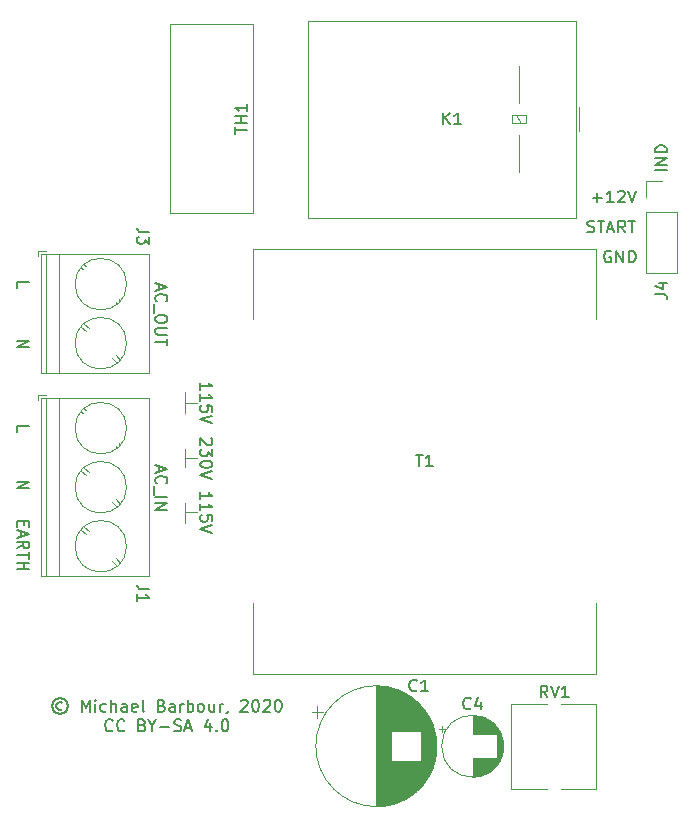
<source format=gbr>
G04 #@! TF.GenerationSoftware,KiCad,Pcbnew,5.1.9*
G04 #@! TF.CreationDate,2021-04-19T03:59:41-04:00*
G04 #@! TF.ProjectId,lm3886_soft_start_v2,6c6d3338-3836-45f7-936f-66745f737461,rev?*
G04 #@! TF.SameCoordinates,Original*
G04 #@! TF.FileFunction,Legend,Top*
G04 #@! TF.FilePolarity,Positive*
%FSLAX46Y46*%
G04 Gerber Fmt 4.6, Leading zero omitted, Abs format (unit mm)*
G04 Created by KiCad (PCBNEW 5.1.9) date 2021-04-19 03:59:41*
%MOMM*%
%LPD*%
G01*
G04 APERTURE LIST*
%ADD10C,0.150000*%
%ADD11C,0.120000*%
G04 APERTURE END LIST*
D10*
X73946857Y-101989476D02*
X73851619Y-101941857D01*
X73661142Y-101941857D01*
X73565904Y-101989476D01*
X73470666Y-102084714D01*
X73423047Y-102179952D01*
X73423047Y-102370428D01*
X73470666Y-102465666D01*
X73565904Y-102560904D01*
X73661142Y-102608523D01*
X73851619Y-102608523D01*
X73946857Y-102560904D01*
X73756380Y-101608523D02*
X73518285Y-101656142D01*
X73280190Y-101799000D01*
X73137333Y-102037095D01*
X73089714Y-102275190D01*
X73137333Y-102513285D01*
X73280190Y-102751380D01*
X73518285Y-102894238D01*
X73756380Y-102941857D01*
X73994476Y-102894238D01*
X74232571Y-102751380D01*
X74375428Y-102513285D01*
X74423047Y-102275190D01*
X74375428Y-102037095D01*
X74232571Y-101799000D01*
X73994476Y-101656142D01*
X73756380Y-101608523D01*
X75613523Y-102751380D02*
X75613523Y-101751380D01*
X75946857Y-102465666D01*
X76280190Y-101751380D01*
X76280190Y-102751380D01*
X76756380Y-102751380D02*
X76756380Y-102084714D01*
X76756380Y-101751380D02*
X76708761Y-101799000D01*
X76756380Y-101846619D01*
X76804000Y-101799000D01*
X76756380Y-101751380D01*
X76756380Y-101846619D01*
X77661142Y-102703761D02*
X77565904Y-102751380D01*
X77375428Y-102751380D01*
X77280190Y-102703761D01*
X77232571Y-102656142D01*
X77184952Y-102560904D01*
X77184952Y-102275190D01*
X77232571Y-102179952D01*
X77280190Y-102132333D01*
X77375428Y-102084714D01*
X77565904Y-102084714D01*
X77661142Y-102132333D01*
X78089714Y-102751380D02*
X78089714Y-101751380D01*
X78518285Y-102751380D02*
X78518285Y-102227571D01*
X78470666Y-102132333D01*
X78375428Y-102084714D01*
X78232571Y-102084714D01*
X78137333Y-102132333D01*
X78089714Y-102179952D01*
X79423047Y-102751380D02*
X79423047Y-102227571D01*
X79375428Y-102132333D01*
X79280190Y-102084714D01*
X79089714Y-102084714D01*
X78994476Y-102132333D01*
X79423047Y-102703761D02*
X79327809Y-102751380D01*
X79089714Y-102751380D01*
X78994476Y-102703761D01*
X78946857Y-102608523D01*
X78946857Y-102513285D01*
X78994476Y-102418047D01*
X79089714Y-102370428D01*
X79327809Y-102370428D01*
X79423047Y-102322809D01*
X80280190Y-102703761D02*
X80184952Y-102751380D01*
X79994476Y-102751380D01*
X79899238Y-102703761D01*
X79851619Y-102608523D01*
X79851619Y-102227571D01*
X79899238Y-102132333D01*
X79994476Y-102084714D01*
X80184952Y-102084714D01*
X80280190Y-102132333D01*
X80327809Y-102227571D01*
X80327809Y-102322809D01*
X79851619Y-102418047D01*
X80899238Y-102751380D02*
X80804000Y-102703761D01*
X80756380Y-102608523D01*
X80756380Y-101751380D01*
X82375428Y-102227571D02*
X82518285Y-102275190D01*
X82565904Y-102322809D01*
X82613523Y-102418047D01*
X82613523Y-102560904D01*
X82565904Y-102656142D01*
X82518285Y-102703761D01*
X82423047Y-102751380D01*
X82042095Y-102751380D01*
X82042095Y-101751380D01*
X82375428Y-101751380D01*
X82470666Y-101799000D01*
X82518285Y-101846619D01*
X82565904Y-101941857D01*
X82565904Y-102037095D01*
X82518285Y-102132333D01*
X82470666Y-102179952D01*
X82375428Y-102227571D01*
X82042095Y-102227571D01*
X83470666Y-102751380D02*
X83470666Y-102227571D01*
X83423047Y-102132333D01*
X83327809Y-102084714D01*
X83137333Y-102084714D01*
X83042095Y-102132333D01*
X83470666Y-102703761D02*
X83375428Y-102751380D01*
X83137333Y-102751380D01*
X83042095Y-102703761D01*
X82994476Y-102608523D01*
X82994476Y-102513285D01*
X83042095Y-102418047D01*
X83137333Y-102370428D01*
X83375428Y-102370428D01*
X83470666Y-102322809D01*
X83946857Y-102751380D02*
X83946857Y-102084714D01*
X83946857Y-102275190D02*
X83994476Y-102179952D01*
X84042095Y-102132333D01*
X84137333Y-102084714D01*
X84232571Y-102084714D01*
X84565904Y-102751380D02*
X84565904Y-101751380D01*
X84565904Y-102132333D02*
X84661142Y-102084714D01*
X84851619Y-102084714D01*
X84946857Y-102132333D01*
X84994476Y-102179952D01*
X85042095Y-102275190D01*
X85042095Y-102560904D01*
X84994476Y-102656142D01*
X84946857Y-102703761D01*
X84851619Y-102751380D01*
X84661142Y-102751380D01*
X84565904Y-102703761D01*
X85613523Y-102751380D02*
X85518285Y-102703761D01*
X85470666Y-102656142D01*
X85423047Y-102560904D01*
X85423047Y-102275190D01*
X85470666Y-102179952D01*
X85518285Y-102132333D01*
X85613523Y-102084714D01*
X85756380Y-102084714D01*
X85851619Y-102132333D01*
X85899238Y-102179952D01*
X85946857Y-102275190D01*
X85946857Y-102560904D01*
X85899238Y-102656142D01*
X85851619Y-102703761D01*
X85756380Y-102751380D01*
X85613523Y-102751380D01*
X86804000Y-102084714D02*
X86804000Y-102751380D01*
X86375428Y-102084714D02*
X86375428Y-102608523D01*
X86423047Y-102703761D01*
X86518285Y-102751380D01*
X86661142Y-102751380D01*
X86756380Y-102703761D01*
X86804000Y-102656142D01*
X87280190Y-102751380D02*
X87280190Y-102084714D01*
X87280190Y-102275190D02*
X87327809Y-102179952D01*
X87375428Y-102132333D01*
X87470666Y-102084714D01*
X87565904Y-102084714D01*
X87946857Y-102703761D02*
X87946857Y-102751380D01*
X87899238Y-102846619D01*
X87851619Y-102894238D01*
X89089714Y-101846619D02*
X89137333Y-101799000D01*
X89232571Y-101751380D01*
X89470666Y-101751380D01*
X89565904Y-101799000D01*
X89613523Y-101846619D01*
X89661142Y-101941857D01*
X89661142Y-102037095D01*
X89613523Y-102179952D01*
X89042095Y-102751380D01*
X89661142Y-102751380D01*
X90280190Y-101751380D02*
X90375428Y-101751380D01*
X90470666Y-101799000D01*
X90518285Y-101846619D01*
X90565904Y-101941857D01*
X90613523Y-102132333D01*
X90613523Y-102370428D01*
X90565904Y-102560904D01*
X90518285Y-102656142D01*
X90470666Y-102703761D01*
X90375428Y-102751380D01*
X90280190Y-102751380D01*
X90184952Y-102703761D01*
X90137333Y-102656142D01*
X90089714Y-102560904D01*
X90042095Y-102370428D01*
X90042095Y-102132333D01*
X90089714Y-101941857D01*
X90137333Y-101846619D01*
X90184952Y-101799000D01*
X90280190Y-101751380D01*
X90994476Y-101846619D02*
X91042095Y-101799000D01*
X91137333Y-101751380D01*
X91375428Y-101751380D01*
X91470666Y-101799000D01*
X91518285Y-101846619D01*
X91565904Y-101941857D01*
X91565904Y-102037095D01*
X91518285Y-102179952D01*
X90946857Y-102751380D01*
X91565904Y-102751380D01*
X92184952Y-101751380D02*
X92280190Y-101751380D01*
X92375428Y-101799000D01*
X92423047Y-101846619D01*
X92470666Y-101941857D01*
X92518285Y-102132333D01*
X92518285Y-102370428D01*
X92470666Y-102560904D01*
X92423047Y-102656142D01*
X92375428Y-102703761D01*
X92280190Y-102751380D01*
X92184952Y-102751380D01*
X92089714Y-102703761D01*
X92042095Y-102656142D01*
X91994476Y-102560904D01*
X91946857Y-102370428D01*
X91946857Y-102132333D01*
X91994476Y-101941857D01*
X92042095Y-101846619D01*
X92089714Y-101799000D01*
X92184952Y-101751380D01*
X78208761Y-104306142D02*
X78161142Y-104353761D01*
X78018285Y-104401380D01*
X77923047Y-104401380D01*
X77780190Y-104353761D01*
X77684952Y-104258523D01*
X77637333Y-104163285D01*
X77589714Y-103972809D01*
X77589714Y-103829952D01*
X77637333Y-103639476D01*
X77684952Y-103544238D01*
X77780190Y-103449000D01*
X77923047Y-103401380D01*
X78018285Y-103401380D01*
X78161142Y-103449000D01*
X78208761Y-103496619D01*
X79208761Y-104306142D02*
X79161142Y-104353761D01*
X79018285Y-104401380D01*
X78923047Y-104401380D01*
X78780190Y-104353761D01*
X78684952Y-104258523D01*
X78637333Y-104163285D01*
X78589714Y-103972809D01*
X78589714Y-103829952D01*
X78637333Y-103639476D01*
X78684952Y-103544238D01*
X78780190Y-103449000D01*
X78923047Y-103401380D01*
X79018285Y-103401380D01*
X79161142Y-103449000D01*
X79208761Y-103496619D01*
X80732571Y-103877571D02*
X80875428Y-103925190D01*
X80923047Y-103972809D01*
X80970666Y-104068047D01*
X80970666Y-104210904D01*
X80923047Y-104306142D01*
X80875428Y-104353761D01*
X80780190Y-104401380D01*
X80399238Y-104401380D01*
X80399238Y-103401380D01*
X80732571Y-103401380D01*
X80827809Y-103449000D01*
X80875428Y-103496619D01*
X80923047Y-103591857D01*
X80923047Y-103687095D01*
X80875428Y-103782333D01*
X80827809Y-103829952D01*
X80732571Y-103877571D01*
X80399238Y-103877571D01*
X81589714Y-103925190D02*
X81589714Y-104401380D01*
X81256380Y-103401380D02*
X81589714Y-103925190D01*
X81923047Y-103401380D01*
X82256380Y-104020428D02*
X83018285Y-104020428D01*
X83446857Y-104353761D02*
X83589714Y-104401380D01*
X83827809Y-104401380D01*
X83923047Y-104353761D01*
X83970666Y-104306142D01*
X84018285Y-104210904D01*
X84018285Y-104115666D01*
X83970666Y-104020428D01*
X83923047Y-103972809D01*
X83827809Y-103925190D01*
X83637333Y-103877571D01*
X83542095Y-103829952D01*
X83494476Y-103782333D01*
X83446857Y-103687095D01*
X83446857Y-103591857D01*
X83494476Y-103496619D01*
X83542095Y-103449000D01*
X83637333Y-103401380D01*
X83875428Y-103401380D01*
X84018285Y-103449000D01*
X84399238Y-104115666D02*
X84875428Y-104115666D01*
X84304000Y-104401380D02*
X84637333Y-103401380D01*
X84970666Y-104401380D01*
X86494476Y-103734714D02*
X86494476Y-104401380D01*
X86256380Y-103353761D02*
X86018285Y-104068047D01*
X86637333Y-104068047D01*
X87018285Y-104306142D02*
X87065904Y-104353761D01*
X87018285Y-104401380D01*
X86970666Y-104353761D01*
X87018285Y-104306142D01*
X87018285Y-104401380D01*
X87684952Y-103401380D02*
X87780190Y-103401380D01*
X87875428Y-103449000D01*
X87923047Y-103496619D01*
X87970666Y-103591857D01*
X88018285Y-103782333D01*
X88018285Y-104020428D01*
X87970666Y-104210904D01*
X87923047Y-104306142D01*
X87875428Y-104353761D01*
X87780190Y-104401380D01*
X87684952Y-104401380D01*
X87589714Y-104353761D01*
X87542095Y-104306142D01*
X87494476Y-104210904D01*
X87446857Y-104020428D01*
X87446857Y-103782333D01*
X87494476Y-103591857D01*
X87542095Y-103496619D01*
X87589714Y-103449000D01*
X87684952Y-103401380D01*
X125166380Y-56903809D02*
X124166380Y-56903809D01*
X125166380Y-56427619D02*
X124166380Y-56427619D01*
X125166380Y-55856190D01*
X124166380Y-55856190D01*
X125166380Y-55380000D02*
X124166380Y-55380000D01*
X124166380Y-55141904D01*
X124214000Y-54999047D01*
X124309238Y-54903809D01*
X124404476Y-54856190D01*
X124594952Y-54808571D01*
X124737809Y-54808571D01*
X124928285Y-54856190D01*
X125023523Y-54903809D01*
X125118761Y-54999047D01*
X125166380Y-55141904D01*
X125166380Y-55380000D01*
X120396095Y-63762000D02*
X120300857Y-63714380D01*
X120158000Y-63714380D01*
X120015142Y-63762000D01*
X119919904Y-63857238D01*
X119872285Y-63952476D01*
X119824666Y-64142952D01*
X119824666Y-64285809D01*
X119872285Y-64476285D01*
X119919904Y-64571523D01*
X120015142Y-64666761D01*
X120158000Y-64714380D01*
X120253238Y-64714380D01*
X120396095Y-64666761D01*
X120443714Y-64619142D01*
X120443714Y-64285809D01*
X120253238Y-64285809D01*
X120872285Y-64714380D02*
X120872285Y-63714380D01*
X121443714Y-64714380D01*
X121443714Y-63714380D01*
X121919904Y-64714380D02*
X121919904Y-63714380D01*
X122158000Y-63714380D01*
X122300857Y-63762000D01*
X122396095Y-63857238D01*
X122443714Y-63952476D01*
X122491333Y-64142952D01*
X122491333Y-64285809D01*
X122443714Y-64476285D01*
X122396095Y-64571523D01*
X122300857Y-64666761D01*
X122158000Y-64714380D01*
X121919904Y-64714380D01*
X118419809Y-62126761D02*
X118562666Y-62174380D01*
X118800761Y-62174380D01*
X118896000Y-62126761D01*
X118943619Y-62079142D01*
X118991238Y-61983904D01*
X118991238Y-61888666D01*
X118943619Y-61793428D01*
X118896000Y-61745809D01*
X118800761Y-61698190D01*
X118610285Y-61650571D01*
X118515047Y-61602952D01*
X118467428Y-61555333D01*
X118419809Y-61460095D01*
X118419809Y-61364857D01*
X118467428Y-61269619D01*
X118515047Y-61222000D01*
X118610285Y-61174380D01*
X118848380Y-61174380D01*
X118991238Y-61222000D01*
X119276952Y-61174380D02*
X119848380Y-61174380D01*
X119562666Y-62174380D02*
X119562666Y-61174380D01*
X120134095Y-61888666D02*
X120610285Y-61888666D01*
X120038857Y-62174380D02*
X120372190Y-61174380D01*
X120705523Y-62174380D01*
X121610285Y-62174380D02*
X121276952Y-61698190D01*
X121038857Y-62174380D02*
X121038857Y-61174380D01*
X121419809Y-61174380D01*
X121515047Y-61222000D01*
X121562666Y-61269619D01*
X121610285Y-61364857D01*
X121610285Y-61507714D01*
X121562666Y-61602952D01*
X121515047Y-61650571D01*
X121419809Y-61698190D01*
X121038857Y-61698190D01*
X121896000Y-61174380D02*
X122467428Y-61174380D01*
X122181714Y-62174380D02*
X122181714Y-61174380D01*
X118888095Y-59253428D02*
X119650000Y-59253428D01*
X119269047Y-59634380D02*
X119269047Y-58872476D01*
X120650000Y-59634380D02*
X120078571Y-59634380D01*
X120364285Y-59634380D02*
X120364285Y-58634380D01*
X120269047Y-58777238D01*
X120173809Y-58872476D01*
X120078571Y-58920095D01*
X121030952Y-58729619D02*
X121078571Y-58682000D01*
X121173809Y-58634380D01*
X121411904Y-58634380D01*
X121507142Y-58682000D01*
X121554761Y-58729619D01*
X121602380Y-58824857D01*
X121602380Y-58920095D01*
X121554761Y-59062952D01*
X120983333Y-59634380D01*
X121602380Y-59634380D01*
X121888095Y-58634380D02*
X122221428Y-59634380D01*
X122554761Y-58634380D01*
D11*
X84328000Y-85852000D02*
X85344000Y-85852000D01*
X84328000Y-85090000D02*
X84328000Y-86741000D01*
X84328000Y-76581000D02*
X85344000Y-76581000D01*
X84328000Y-75692000D02*
X84328000Y-77470000D01*
X84328000Y-81280000D02*
X84328000Y-82042000D01*
X84328000Y-81280000D02*
X84328000Y-80518000D01*
X85344000Y-81280000D02*
X84328000Y-81280000D01*
D10*
X86558380Y-79613333D02*
X86606000Y-79660952D01*
X86653619Y-79756190D01*
X86653619Y-79994285D01*
X86606000Y-80089523D01*
X86558380Y-80137142D01*
X86463142Y-80184761D01*
X86367904Y-80184761D01*
X86225047Y-80137142D01*
X85653619Y-79565714D01*
X85653619Y-80184761D01*
X86653619Y-80518095D02*
X86653619Y-81137142D01*
X86272666Y-80803809D01*
X86272666Y-80946666D01*
X86225047Y-81041904D01*
X86177428Y-81089523D01*
X86082190Y-81137142D01*
X85844095Y-81137142D01*
X85748857Y-81089523D01*
X85701238Y-81041904D01*
X85653619Y-80946666D01*
X85653619Y-80660952D01*
X85701238Y-80565714D01*
X85748857Y-80518095D01*
X86653619Y-81756190D02*
X86653619Y-81851428D01*
X86606000Y-81946666D01*
X86558380Y-81994285D01*
X86463142Y-82041904D01*
X86272666Y-82089523D01*
X86034571Y-82089523D01*
X85844095Y-82041904D01*
X85748857Y-81994285D01*
X85701238Y-81946666D01*
X85653619Y-81851428D01*
X85653619Y-81756190D01*
X85701238Y-81660952D01*
X85748857Y-81613333D01*
X85844095Y-81565714D01*
X86034571Y-81518095D01*
X86272666Y-81518095D01*
X86463142Y-81565714D01*
X86558380Y-81613333D01*
X86606000Y-81660952D01*
X86653619Y-81756190D01*
X86653619Y-82375238D02*
X85653619Y-82708571D01*
X86653619Y-83041904D01*
X85653619Y-84756761D02*
X85653619Y-84185333D01*
X85653619Y-84471047D02*
X86653619Y-84471047D01*
X86510761Y-84375809D01*
X86415523Y-84280571D01*
X86367904Y-84185333D01*
X85653619Y-85709142D02*
X85653619Y-85137714D01*
X85653619Y-85423428D02*
X86653619Y-85423428D01*
X86510761Y-85328190D01*
X86415523Y-85232952D01*
X86367904Y-85137714D01*
X86653619Y-86613904D02*
X86653619Y-86137714D01*
X86177428Y-86090095D01*
X86225047Y-86137714D01*
X86272666Y-86232952D01*
X86272666Y-86471047D01*
X86225047Y-86566285D01*
X86177428Y-86613904D01*
X86082190Y-86661523D01*
X85844095Y-86661523D01*
X85748857Y-86613904D01*
X85701238Y-86566285D01*
X85653619Y-86471047D01*
X85653619Y-86232952D01*
X85701238Y-86137714D01*
X85748857Y-86090095D01*
X86653619Y-86947238D02*
X85653619Y-87280571D01*
X86653619Y-87613904D01*
X85653619Y-75485761D02*
X85653619Y-74914333D01*
X85653619Y-75200047D02*
X86653619Y-75200047D01*
X86510761Y-75104809D01*
X86415523Y-75009571D01*
X86367904Y-74914333D01*
X85653619Y-76438142D02*
X85653619Y-75866714D01*
X85653619Y-76152428D02*
X86653619Y-76152428D01*
X86510761Y-76057190D01*
X86415523Y-75961952D01*
X86367904Y-75866714D01*
X86653619Y-77342904D02*
X86653619Y-76866714D01*
X86177428Y-76819095D01*
X86225047Y-76866714D01*
X86272666Y-76961952D01*
X86272666Y-77200047D01*
X86225047Y-77295285D01*
X86177428Y-77342904D01*
X86082190Y-77390523D01*
X85844095Y-77390523D01*
X85748857Y-77342904D01*
X85701238Y-77295285D01*
X85653619Y-77200047D01*
X85653619Y-76961952D01*
X85701238Y-76866714D01*
X85748857Y-76819095D01*
X86653619Y-77676238D02*
X85653619Y-78009571D01*
X86653619Y-78342904D01*
X82129333Y-66540380D02*
X82129333Y-67016571D01*
X81843619Y-66445142D02*
X82843619Y-66778476D01*
X81843619Y-67111809D01*
X81938857Y-68016571D02*
X81891238Y-67968952D01*
X81843619Y-67826095D01*
X81843619Y-67730857D01*
X81891238Y-67588000D01*
X81986476Y-67492761D01*
X82081714Y-67445142D01*
X82272190Y-67397523D01*
X82415047Y-67397523D01*
X82605523Y-67445142D01*
X82700761Y-67492761D01*
X82796000Y-67588000D01*
X82843619Y-67730857D01*
X82843619Y-67826095D01*
X82796000Y-67968952D01*
X82748380Y-68016571D01*
X81748380Y-68207047D02*
X81748380Y-68968952D01*
X82843619Y-69397523D02*
X82843619Y-69588000D01*
X82796000Y-69683238D01*
X82700761Y-69778476D01*
X82510285Y-69826095D01*
X82176952Y-69826095D01*
X81986476Y-69778476D01*
X81891238Y-69683238D01*
X81843619Y-69588000D01*
X81843619Y-69397523D01*
X81891238Y-69302285D01*
X81986476Y-69207047D01*
X82176952Y-69159428D01*
X82510285Y-69159428D01*
X82700761Y-69207047D01*
X82796000Y-69302285D01*
X82843619Y-69397523D01*
X82843619Y-70254666D02*
X82034095Y-70254666D01*
X81938857Y-70302285D01*
X81891238Y-70349904D01*
X81843619Y-70445142D01*
X81843619Y-70635619D01*
X81891238Y-70730857D01*
X81938857Y-70778476D01*
X82034095Y-70826095D01*
X82843619Y-70826095D01*
X82843619Y-71159428D02*
X82843619Y-71730857D01*
X81843619Y-71445142D02*
X82843619Y-71445142D01*
X82129333Y-81939047D02*
X82129333Y-82415238D01*
X81843619Y-81843809D02*
X82843619Y-82177142D01*
X81843619Y-82510476D01*
X81938857Y-83415238D02*
X81891238Y-83367619D01*
X81843619Y-83224761D01*
X81843619Y-83129523D01*
X81891238Y-82986666D01*
X81986476Y-82891428D01*
X82081714Y-82843809D01*
X82272190Y-82796190D01*
X82415047Y-82796190D01*
X82605523Y-82843809D01*
X82700761Y-82891428D01*
X82796000Y-82986666D01*
X82843619Y-83129523D01*
X82843619Y-83224761D01*
X82796000Y-83367619D01*
X82748380Y-83415238D01*
X81748380Y-83605714D02*
X81748380Y-84367619D01*
X81843619Y-84605714D02*
X82843619Y-84605714D01*
X81843619Y-85081904D02*
X82843619Y-85081904D01*
X81843619Y-85653333D01*
X82843619Y-85653333D01*
X70159619Y-71342285D02*
X71159619Y-71342285D01*
X70159619Y-71913714D01*
X71159619Y-71913714D01*
X70159619Y-66857523D02*
X70159619Y-66381333D01*
X71159619Y-66381333D01*
X70683428Y-86598380D02*
X70683428Y-86931714D01*
X70159619Y-87074571D02*
X70159619Y-86598380D01*
X71159619Y-86598380D01*
X71159619Y-87074571D01*
X70445333Y-87455523D02*
X70445333Y-87931714D01*
X70159619Y-87360285D02*
X71159619Y-87693619D01*
X70159619Y-88026952D01*
X70159619Y-88931714D02*
X70635809Y-88598380D01*
X70159619Y-88360285D02*
X71159619Y-88360285D01*
X71159619Y-88741238D01*
X71112000Y-88836476D01*
X71064380Y-88884095D01*
X70969142Y-88931714D01*
X70826285Y-88931714D01*
X70731047Y-88884095D01*
X70683428Y-88836476D01*
X70635809Y-88741238D01*
X70635809Y-88360285D01*
X71159619Y-89217428D02*
X71159619Y-89788857D01*
X70159619Y-89503142D02*
X71159619Y-89503142D01*
X70159619Y-90122190D02*
X71159619Y-90122190D01*
X70683428Y-90122190D02*
X70683428Y-90693619D01*
X70159619Y-90693619D02*
X71159619Y-90693619D01*
X70159619Y-83280285D02*
X71159619Y-83280285D01*
X70159619Y-83851714D01*
X71159619Y-83851714D01*
X70159619Y-79049523D02*
X70159619Y-78573333D01*
X71159619Y-78573333D01*
D11*
X123384000Y-57852000D02*
X124714000Y-57852000D01*
X123384000Y-59182000D02*
X123384000Y-57852000D01*
X123384000Y-60452000D02*
X126044000Y-60452000D01*
X126044000Y-60452000D02*
X126044000Y-65592000D01*
X123384000Y-60452000D02*
X123384000Y-65592000D01*
X123384000Y-65592000D02*
X126044000Y-65592000D01*
X90144600Y-69534000D02*
X90144600Y-63538100D01*
X90144600Y-93534000D02*
X90144600Y-99529900D01*
X119151400Y-93534000D02*
X119151400Y-99529900D01*
X119151400Y-63538100D02*
X119151400Y-69534000D01*
X119151400Y-99529900D02*
X90144600Y-99529900D01*
X119151400Y-63538100D02*
X90144600Y-63538100D01*
X90114000Y-44518000D02*
X90114000Y-60518000D01*
X83114000Y-44518000D02*
X83114000Y-60518000D01*
X90114000Y-60518000D02*
X83114000Y-60518000D01*
X90114000Y-44518000D02*
X83114000Y-44518000D01*
X112608000Y-53928000D02*
X112608000Y-57078000D01*
X112608000Y-48078000D02*
X112608000Y-51228000D01*
X117718000Y-51578000D02*
X117718000Y-53578000D01*
X112008000Y-52228000D02*
X112008000Y-52928000D01*
X113208000Y-52228000D02*
X112008000Y-52228000D01*
X113208000Y-52928000D02*
X113208000Y-52228000D01*
X112008000Y-52928000D02*
X113208000Y-52928000D01*
X112408000Y-52228000D02*
X112808000Y-52928000D01*
X94758000Y-44228000D02*
X94758000Y-60928000D01*
X117458000Y-44228000D02*
X94758000Y-44228000D01*
X117458000Y-60928000D02*
X117458000Y-44228000D01*
X94758000Y-60928000D02*
X117458000Y-60928000D01*
X119170000Y-109304000D02*
X116170000Y-109304000D01*
X114970000Y-109304000D02*
X111970000Y-109304000D01*
X119170000Y-102104000D02*
X116170000Y-102104000D01*
X114970000Y-102104000D02*
X111970000Y-102104000D01*
X119170000Y-109304000D02*
X119170000Y-102104000D01*
X111970000Y-109304000D02*
X111970000Y-102104000D01*
X71916000Y-75940000D02*
X71916000Y-76340000D01*
X72556000Y-75940000D02*
X71916000Y-75940000D01*
X76224000Y-87482000D02*
X75828000Y-87087000D01*
X78870000Y-90128000D02*
X78490000Y-89748000D01*
X75942000Y-87733000D02*
X75562000Y-87353000D01*
X78604000Y-90394000D02*
X78208000Y-89999000D01*
X76224000Y-82482000D02*
X75828000Y-82087000D01*
X78870000Y-85128000D02*
X78490000Y-84748000D01*
X75942000Y-82733000D02*
X75562000Y-82353000D01*
X78604000Y-85394000D02*
X78208000Y-84999000D01*
X75935000Y-77192000D02*
X75828000Y-77086000D01*
X78870000Y-80128000D02*
X78763000Y-80021000D01*
X75669000Y-77458000D02*
X75562000Y-77352000D01*
X78604000Y-80394000D02*
X78497000Y-80287000D01*
X81276000Y-91300000D02*
X72156000Y-91300000D01*
X81276000Y-76180000D02*
X72156000Y-76180000D01*
X72156000Y-76180000D02*
X72156000Y-91300000D01*
X81276000Y-76180000D02*
X81276000Y-91300000D01*
X73716000Y-76180000D02*
X73716000Y-91300000D01*
X72616000Y-76180000D02*
X72616000Y-91300000D01*
X79396000Y-88740000D02*
G75*
G03*
X79396000Y-88740000I-2180000J0D01*
G01*
X79396000Y-83740000D02*
G75*
G03*
X79396000Y-83740000I-2180000J0D01*
G01*
X79396000Y-78740000D02*
G75*
G03*
X79396000Y-78740000I-2180000J0D01*
G01*
X105664000Y-105664000D02*
G75*
G03*
X105664000Y-105664000I-5120000J0D01*
G01*
X100544000Y-100584000D02*
X100544000Y-110744000D01*
X100584000Y-100584000D02*
X100584000Y-110744000D01*
X100624000Y-100584000D02*
X100624000Y-110744000D01*
X100664000Y-100585000D02*
X100664000Y-110743000D01*
X100704000Y-100586000D02*
X100704000Y-110742000D01*
X100744000Y-100587000D02*
X100744000Y-110741000D01*
X100784000Y-100589000D02*
X100784000Y-110739000D01*
X100824000Y-100591000D02*
X100824000Y-110737000D01*
X100864000Y-100594000D02*
X100864000Y-110734000D01*
X100904000Y-100596000D02*
X100904000Y-110732000D01*
X100944000Y-100599000D02*
X100944000Y-110729000D01*
X100984000Y-100602000D02*
X100984000Y-110726000D01*
X101024000Y-100606000D02*
X101024000Y-110722000D01*
X101064000Y-100610000D02*
X101064000Y-110718000D01*
X101104000Y-100614000D02*
X101104000Y-110714000D01*
X101144000Y-100619000D02*
X101144000Y-110709000D01*
X101184000Y-100624000D02*
X101184000Y-110704000D01*
X101224000Y-100629000D02*
X101224000Y-110699000D01*
X101265000Y-100634000D02*
X101265000Y-110694000D01*
X101305000Y-100640000D02*
X101305000Y-110688000D01*
X101345000Y-100646000D02*
X101345000Y-110682000D01*
X101385000Y-100653000D02*
X101385000Y-110675000D01*
X101425000Y-100660000D02*
X101425000Y-110668000D01*
X101465000Y-100667000D02*
X101465000Y-110661000D01*
X101505000Y-100674000D02*
X101505000Y-110654000D01*
X101545000Y-100682000D02*
X101545000Y-110646000D01*
X101585000Y-100690000D02*
X101585000Y-110638000D01*
X101625000Y-100699000D02*
X101625000Y-110629000D01*
X101665000Y-100708000D02*
X101665000Y-110620000D01*
X101705000Y-100717000D02*
X101705000Y-110611000D01*
X101745000Y-100726000D02*
X101745000Y-110602000D01*
X101785000Y-100736000D02*
X101785000Y-110592000D01*
X101825000Y-100746000D02*
X101825000Y-104423000D01*
X101825000Y-106905000D02*
X101825000Y-110582000D01*
X101865000Y-100757000D02*
X101865000Y-104423000D01*
X101865000Y-106905000D02*
X101865000Y-110571000D01*
X101905000Y-100767000D02*
X101905000Y-104423000D01*
X101905000Y-106905000D02*
X101905000Y-110561000D01*
X101945000Y-100779000D02*
X101945000Y-104423000D01*
X101945000Y-106905000D02*
X101945000Y-110549000D01*
X101985000Y-100790000D02*
X101985000Y-104423000D01*
X101985000Y-106905000D02*
X101985000Y-110538000D01*
X102025000Y-100802000D02*
X102025000Y-104423000D01*
X102025000Y-106905000D02*
X102025000Y-110526000D01*
X102065000Y-100814000D02*
X102065000Y-104423000D01*
X102065000Y-106905000D02*
X102065000Y-110514000D01*
X102105000Y-100827000D02*
X102105000Y-104423000D01*
X102105000Y-106905000D02*
X102105000Y-110501000D01*
X102145000Y-100840000D02*
X102145000Y-104423000D01*
X102145000Y-106905000D02*
X102145000Y-110488000D01*
X102185000Y-100853000D02*
X102185000Y-104423000D01*
X102185000Y-106905000D02*
X102185000Y-110475000D01*
X102225000Y-100867000D02*
X102225000Y-104423000D01*
X102225000Y-106905000D02*
X102225000Y-110461000D01*
X102265000Y-100881000D02*
X102265000Y-104423000D01*
X102265000Y-106905000D02*
X102265000Y-110447000D01*
X102305000Y-100896000D02*
X102305000Y-104423000D01*
X102305000Y-106905000D02*
X102305000Y-110432000D01*
X102345000Y-100910000D02*
X102345000Y-104423000D01*
X102345000Y-106905000D02*
X102345000Y-110418000D01*
X102385000Y-100926000D02*
X102385000Y-104423000D01*
X102385000Y-106905000D02*
X102385000Y-110402000D01*
X102425000Y-100941000D02*
X102425000Y-104423000D01*
X102425000Y-106905000D02*
X102425000Y-110387000D01*
X102465000Y-100957000D02*
X102465000Y-104423000D01*
X102465000Y-106905000D02*
X102465000Y-110371000D01*
X102505000Y-100974000D02*
X102505000Y-104423000D01*
X102505000Y-106905000D02*
X102505000Y-110354000D01*
X102545000Y-100990000D02*
X102545000Y-104423000D01*
X102545000Y-106905000D02*
X102545000Y-110338000D01*
X102585000Y-101007000D02*
X102585000Y-104423000D01*
X102585000Y-106905000D02*
X102585000Y-110321000D01*
X102625000Y-101025000D02*
X102625000Y-104423000D01*
X102625000Y-106905000D02*
X102625000Y-110303000D01*
X102665000Y-101043000D02*
X102665000Y-104423000D01*
X102665000Y-106905000D02*
X102665000Y-110285000D01*
X102705000Y-101061000D02*
X102705000Y-104423000D01*
X102705000Y-106905000D02*
X102705000Y-110267000D01*
X102745000Y-101080000D02*
X102745000Y-104423000D01*
X102745000Y-106905000D02*
X102745000Y-110248000D01*
X102785000Y-101100000D02*
X102785000Y-104423000D01*
X102785000Y-106905000D02*
X102785000Y-110228000D01*
X102825000Y-101119000D02*
X102825000Y-104423000D01*
X102825000Y-106905000D02*
X102825000Y-110209000D01*
X102865000Y-101139000D02*
X102865000Y-104423000D01*
X102865000Y-106905000D02*
X102865000Y-110189000D01*
X102905000Y-101160000D02*
X102905000Y-104423000D01*
X102905000Y-106905000D02*
X102905000Y-110168000D01*
X102945000Y-101181000D02*
X102945000Y-104423000D01*
X102945000Y-106905000D02*
X102945000Y-110147000D01*
X102985000Y-101202000D02*
X102985000Y-104423000D01*
X102985000Y-106905000D02*
X102985000Y-110126000D01*
X103025000Y-101224000D02*
X103025000Y-104423000D01*
X103025000Y-106905000D02*
X103025000Y-110104000D01*
X103065000Y-101247000D02*
X103065000Y-104423000D01*
X103065000Y-106905000D02*
X103065000Y-110081000D01*
X103105000Y-101269000D02*
X103105000Y-104423000D01*
X103105000Y-106905000D02*
X103105000Y-110059000D01*
X103145000Y-101293000D02*
X103145000Y-104423000D01*
X103145000Y-106905000D02*
X103145000Y-110035000D01*
X103185000Y-101317000D02*
X103185000Y-104423000D01*
X103185000Y-106905000D02*
X103185000Y-110011000D01*
X103225000Y-101341000D02*
X103225000Y-104423000D01*
X103225000Y-106905000D02*
X103225000Y-109987000D01*
X103265000Y-101366000D02*
X103265000Y-104423000D01*
X103265000Y-106905000D02*
X103265000Y-109962000D01*
X103305000Y-101391000D02*
X103305000Y-104423000D01*
X103305000Y-106905000D02*
X103305000Y-109937000D01*
X103345000Y-101417000D02*
X103345000Y-104423000D01*
X103345000Y-106905000D02*
X103345000Y-109911000D01*
X103385000Y-101443000D02*
X103385000Y-104423000D01*
X103385000Y-106905000D02*
X103385000Y-109885000D01*
X103425000Y-101470000D02*
X103425000Y-104423000D01*
X103425000Y-106905000D02*
X103425000Y-109858000D01*
X103465000Y-101498000D02*
X103465000Y-104423000D01*
X103465000Y-106905000D02*
X103465000Y-109830000D01*
X103505000Y-101526000D02*
X103505000Y-104423000D01*
X103505000Y-106905000D02*
X103505000Y-109802000D01*
X103545000Y-101554000D02*
X103545000Y-104423000D01*
X103545000Y-106905000D02*
X103545000Y-109774000D01*
X103585000Y-101584000D02*
X103585000Y-104423000D01*
X103585000Y-106905000D02*
X103585000Y-109744000D01*
X103625000Y-101614000D02*
X103625000Y-104423000D01*
X103625000Y-106905000D02*
X103625000Y-109714000D01*
X103665000Y-101644000D02*
X103665000Y-104423000D01*
X103665000Y-106905000D02*
X103665000Y-109684000D01*
X103705000Y-101675000D02*
X103705000Y-104423000D01*
X103705000Y-106905000D02*
X103705000Y-109653000D01*
X103745000Y-101707000D02*
X103745000Y-104423000D01*
X103745000Y-106905000D02*
X103745000Y-109621000D01*
X103785000Y-101739000D02*
X103785000Y-104423000D01*
X103785000Y-106905000D02*
X103785000Y-109589000D01*
X103825000Y-101772000D02*
X103825000Y-104423000D01*
X103825000Y-106905000D02*
X103825000Y-109556000D01*
X103865000Y-101806000D02*
X103865000Y-104423000D01*
X103865000Y-106905000D02*
X103865000Y-109522000D01*
X103905000Y-101840000D02*
X103905000Y-104423000D01*
X103905000Y-106905000D02*
X103905000Y-109488000D01*
X103945000Y-101875000D02*
X103945000Y-104423000D01*
X103945000Y-106905000D02*
X103945000Y-109453000D01*
X103985000Y-101911000D02*
X103985000Y-104423000D01*
X103985000Y-106905000D02*
X103985000Y-109417000D01*
X104025000Y-101948000D02*
X104025000Y-104423000D01*
X104025000Y-106905000D02*
X104025000Y-109380000D01*
X104065000Y-101985000D02*
X104065000Y-104423000D01*
X104065000Y-106905000D02*
X104065000Y-109343000D01*
X104105000Y-102024000D02*
X104105000Y-104423000D01*
X104105000Y-106905000D02*
X104105000Y-109304000D01*
X104145000Y-102063000D02*
X104145000Y-104423000D01*
X104145000Y-106905000D02*
X104145000Y-109265000D01*
X104185000Y-102103000D02*
X104185000Y-104423000D01*
X104185000Y-106905000D02*
X104185000Y-109225000D01*
X104225000Y-102144000D02*
X104225000Y-104423000D01*
X104225000Y-106905000D02*
X104225000Y-109184000D01*
X104265000Y-102186000D02*
X104265000Y-104423000D01*
X104265000Y-106905000D02*
X104265000Y-109142000D01*
X104305000Y-102228000D02*
X104305000Y-109100000D01*
X104345000Y-102272000D02*
X104345000Y-109056000D01*
X104385000Y-102317000D02*
X104385000Y-109011000D01*
X104425000Y-102363000D02*
X104425000Y-108965000D01*
X104465000Y-102410000D02*
X104465000Y-108918000D01*
X104505000Y-102458000D02*
X104505000Y-108870000D01*
X104545000Y-102508000D02*
X104545000Y-108820000D01*
X104585000Y-102558000D02*
X104585000Y-108770000D01*
X104625000Y-102610000D02*
X104625000Y-108718000D01*
X104665000Y-102664000D02*
X104665000Y-108664000D01*
X104705000Y-102719000D02*
X104705000Y-108609000D01*
X104745000Y-102775000D02*
X104745000Y-108553000D01*
X104785000Y-102834000D02*
X104785000Y-108494000D01*
X104825000Y-102894000D02*
X104825000Y-108434000D01*
X104865000Y-102955000D02*
X104865000Y-108373000D01*
X104905000Y-103019000D02*
X104905000Y-108309000D01*
X104945000Y-103085000D02*
X104945000Y-108243000D01*
X104985000Y-103154000D02*
X104985000Y-108174000D01*
X105025000Y-103225000D02*
X105025000Y-108103000D01*
X105065000Y-103299000D02*
X105065000Y-108029000D01*
X105105000Y-103375000D02*
X105105000Y-107953000D01*
X105145000Y-103455000D02*
X105145000Y-107873000D01*
X105185000Y-103539000D02*
X105185000Y-107789000D01*
X105225000Y-103627000D02*
X105225000Y-107701000D01*
X105265000Y-103720000D02*
X105265000Y-107608000D01*
X105305000Y-103818000D02*
X105305000Y-107510000D01*
X105345000Y-103922000D02*
X105345000Y-107406000D01*
X105385000Y-104034000D02*
X105385000Y-107294000D01*
X105425000Y-104154000D02*
X105425000Y-107174000D01*
X105465000Y-104286000D02*
X105465000Y-107042000D01*
X105505000Y-104434000D02*
X105505000Y-106894000D01*
X105545000Y-104602000D02*
X105545000Y-106726000D01*
X105585000Y-104802000D02*
X105585000Y-106526000D01*
X105625000Y-105065000D02*
X105625000Y-106263000D01*
X95064354Y-102789000D02*
X96064354Y-102789000D01*
X95564354Y-102289000D02*
X95564354Y-103289000D01*
X71916000Y-63748000D02*
X71916000Y-64148000D01*
X72556000Y-63748000D02*
X71916000Y-63748000D01*
X76224000Y-70290000D02*
X75828000Y-69895000D01*
X78870000Y-72936000D02*
X78490000Y-72556000D01*
X75942000Y-70541000D02*
X75562000Y-70161000D01*
X78604000Y-73202000D02*
X78208000Y-72807000D01*
X75935000Y-65000000D02*
X75828000Y-64894000D01*
X78870000Y-67936000D02*
X78763000Y-67829000D01*
X75669000Y-65266000D02*
X75562000Y-65160000D01*
X78604000Y-68202000D02*
X78497000Y-68095000D01*
X81276000Y-74108000D02*
X72156000Y-74108000D01*
X81276000Y-63988000D02*
X72156000Y-63988000D01*
X72156000Y-63988000D02*
X72156000Y-74108000D01*
X81276000Y-63988000D02*
X81276000Y-74108000D01*
X73716000Y-63988000D02*
X73716000Y-74108000D01*
X72616000Y-63988000D02*
X72616000Y-74108000D01*
X79396000Y-71548000D02*
G75*
G03*
X79396000Y-71548000I-2180000J0D01*
G01*
X79396000Y-66548000D02*
G75*
G03*
X79396000Y-66548000I-2180000J0D01*
G01*
X106141225Y-103939000D02*
X106141225Y-104439000D01*
X105891225Y-104189000D02*
X106391225Y-104189000D01*
X111297000Y-105380000D02*
X111297000Y-105948000D01*
X111257000Y-105146000D02*
X111257000Y-106182000D01*
X111217000Y-104987000D02*
X111217000Y-106341000D01*
X111177000Y-104859000D02*
X111177000Y-106469000D01*
X111137000Y-104749000D02*
X111137000Y-106579000D01*
X111097000Y-104653000D02*
X111097000Y-106675000D01*
X111057000Y-104566000D02*
X111057000Y-106762000D01*
X111017000Y-104486000D02*
X111017000Y-106842000D01*
X110977000Y-104413000D02*
X110977000Y-106915000D01*
X110937000Y-104345000D02*
X110937000Y-106983000D01*
X110897000Y-104281000D02*
X110897000Y-107047000D01*
X110857000Y-104221000D02*
X110857000Y-107107000D01*
X110817000Y-104164000D02*
X110817000Y-107164000D01*
X110777000Y-104110000D02*
X110777000Y-107218000D01*
X110737000Y-104059000D02*
X110737000Y-107269000D01*
X110697000Y-106704000D02*
X110697000Y-107317000D01*
X110697000Y-104011000D02*
X110697000Y-104624000D01*
X110657000Y-106704000D02*
X110657000Y-107363000D01*
X110657000Y-103965000D02*
X110657000Y-104624000D01*
X110617000Y-106704000D02*
X110617000Y-107407000D01*
X110617000Y-103921000D02*
X110617000Y-104624000D01*
X110577000Y-106704000D02*
X110577000Y-107449000D01*
X110577000Y-103879000D02*
X110577000Y-104624000D01*
X110537000Y-106704000D02*
X110537000Y-107490000D01*
X110537000Y-103838000D02*
X110537000Y-104624000D01*
X110497000Y-106704000D02*
X110497000Y-107528000D01*
X110497000Y-103800000D02*
X110497000Y-104624000D01*
X110457000Y-106704000D02*
X110457000Y-107565000D01*
X110457000Y-103763000D02*
X110457000Y-104624000D01*
X110417000Y-106704000D02*
X110417000Y-107601000D01*
X110417000Y-103727000D02*
X110417000Y-104624000D01*
X110377000Y-106704000D02*
X110377000Y-107635000D01*
X110377000Y-103693000D02*
X110377000Y-104624000D01*
X110337000Y-106704000D02*
X110337000Y-107668000D01*
X110337000Y-103660000D02*
X110337000Y-104624000D01*
X110297000Y-106704000D02*
X110297000Y-107699000D01*
X110297000Y-103629000D02*
X110297000Y-104624000D01*
X110257000Y-106704000D02*
X110257000Y-107729000D01*
X110257000Y-103599000D02*
X110257000Y-104624000D01*
X110217000Y-106704000D02*
X110217000Y-107759000D01*
X110217000Y-103569000D02*
X110217000Y-104624000D01*
X110177000Y-106704000D02*
X110177000Y-107786000D01*
X110177000Y-103542000D02*
X110177000Y-104624000D01*
X110137000Y-106704000D02*
X110137000Y-107813000D01*
X110137000Y-103515000D02*
X110137000Y-104624000D01*
X110097000Y-106704000D02*
X110097000Y-107839000D01*
X110097000Y-103489000D02*
X110097000Y-104624000D01*
X110057000Y-106704000D02*
X110057000Y-107864000D01*
X110057000Y-103464000D02*
X110057000Y-104624000D01*
X110017000Y-106704000D02*
X110017000Y-107888000D01*
X110017000Y-103440000D02*
X110017000Y-104624000D01*
X109977000Y-106704000D02*
X109977000Y-107911000D01*
X109977000Y-103417000D02*
X109977000Y-104624000D01*
X109937000Y-106704000D02*
X109937000Y-107932000D01*
X109937000Y-103396000D02*
X109937000Y-104624000D01*
X109897000Y-106704000D02*
X109897000Y-107954000D01*
X109897000Y-103374000D02*
X109897000Y-104624000D01*
X109857000Y-106704000D02*
X109857000Y-107974000D01*
X109857000Y-103354000D02*
X109857000Y-104624000D01*
X109817000Y-106704000D02*
X109817000Y-107993000D01*
X109817000Y-103335000D02*
X109817000Y-104624000D01*
X109777000Y-106704000D02*
X109777000Y-108012000D01*
X109777000Y-103316000D02*
X109777000Y-104624000D01*
X109737000Y-106704000D02*
X109737000Y-108029000D01*
X109737000Y-103299000D02*
X109737000Y-104624000D01*
X109697000Y-106704000D02*
X109697000Y-108046000D01*
X109697000Y-103282000D02*
X109697000Y-104624000D01*
X109657000Y-106704000D02*
X109657000Y-108062000D01*
X109657000Y-103266000D02*
X109657000Y-104624000D01*
X109617000Y-106704000D02*
X109617000Y-108078000D01*
X109617000Y-103250000D02*
X109617000Y-104624000D01*
X109577000Y-106704000D02*
X109577000Y-108092000D01*
X109577000Y-103236000D02*
X109577000Y-104624000D01*
X109537000Y-106704000D02*
X109537000Y-108106000D01*
X109537000Y-103222000D02*
X109537000Y-104624000D01*
X109497000Y-106704000D02*
X109497000Y-108119000D01*
X109497000Y-103209000D02*
X109497000Y-104624000D01*
X109457000Y-106704000D02*
X109457000Y-108132000D01*
X109457000Y-103196000D02*
X109457000Y-104624000D01*
X109417000Y-106704000D02*
X109417000Y-108144000D01*
X109417000Y-103184000D02*
X109417000Y-104624000D01*
X109376000Y-106704000D02*
X109376000Y-108155000D01*
X109376000Y-103173000D02*
X109376000Y-104624000D01*
X109336000Y-106704000D02*
X109336000Y-108165000D01*
X109336000Y-103163000D02*
X109336000Y-104624000D01*
X109296000Y-106704000D02*
X109296000Y-108175000D01*
X109296000Y-103153000D02*
X109296000Y-104624000D01*
X109256000Y-106704000D02*
X109256000Y-108184000D01*
X109256000Y-103144000D02*
X109256000Y-104624000D01*
X109216000Y-106704000D02*
X109216000Y-108192000D01*
X109216000Y-103136000D02*
X109216000Y-104624000D01*
X109176000Y-106704000D02*
X109176000Y-108200000D01*
X109176000Y-103128000D02*
X109176000Y-104624000D01*
X109136000Y-106704000D02*
X109136000Y-108207000D01*
X109136000Y-103121000D02*
X109136000Y-104624000D01*
X109096000Y-106704000D02*
X109096000Y-108214000D01*
X109096000Y-103114000D02*
X109096000Y-104624000D01*
X109056000Y-106704000D02*
X109056000Y-108220000D01*
X109056000Y-103108000D02*
X109056000Y-104624000D01*
X109016000Y-106704000D02*
X109016000Y-108225000D01*
X109016000Y-103103000D02*
X109016000Y-104624000D01*
X108976000Y-106704000D02*
X108976000Y-108229000D01*
X108976000Y-103099000D02*
X108976000Y-104624000D01*
X108936000Y-106704000D02*
X108936000Y-108233000D01*
X108936000Y-103095000D02*
X108936000Y-104624000D01*
X108896000Y-106704000D02*
X108896000Y-108237000D01*
X108896000Y-103091000D02*
X108896000Y-104624000D01*
X108856000Y-106704000D02*
X108856000Y-108240000D01*
X108856000Y-103088000D02*
X108856000Y-104624000D01*
X108816000Y-106704000D02*
X108816000Y-108242000D01*
X108816000Y-103086000D02*
X108816000Y-104624000D01*
X108776000Y-106704000D02*
X108776000Y-108243000D01*
X108776000Y-103085000D02*
X108776000Y-104624000D01*
X108736000Y-103084000D02*
X108736000Y-104624000D01*
X108736000Y-106704000D02*
X108736000Y-108244000D01*
X108696000Y-103084000D02*
X108696000Y-104624000D01*
X108696000Y-106704000D02*
X108696000Y-108244000D01*
X111316000Y-105664000D02*
G75*
G03*
X111316000Y-105664000I-2620000J0D01*
G01*
D10*
X124166380Y-67389333D02*
X124880666Y-67389333D01*
X125023523Y-67436952D01*
X125118761Y-67532190D01*
X125166380Y-67675047D01*
X125166380Y-67770285D01*
X124499714Y-66484571D02*
X125166380Y-66484571D01*
X124118761Y-66722666D02*
X124833047Y-66960761D01*
X124833047Y-66341714D01*
X103886095Y-80986380D02*
X104457523Y-80986380D01*
X104171809Y-81986380D02*
X104171809Y-80986380D01*
X105314666Y-81986380D02*
X104743238Y-81986380D01*
X105028952Y-81986380D02*
X105028952Y-80986380D01*
X104933714Y-81129238D01*
X104838476Y-81224476D01*
X104743238Y-81272095D01*
X88606380Y-53803714D02*
X88606380Y-53232285D01*
X89606380Y-53518000D02*
X88606380Y-53518000D01*
X89606380Y-52898952D02*
X88606380Y-52898952D01*
X89082571Y-52898952D02*
X89082571Y-52327523D01*
X89606380Y-52327523D02*
X88606380Y-52327523D01*
X89606380Y-51327523D02*
X89606380Y-51898952D01*
X89606380Y-51613238D02*
X88606380Y-51613238D01*
X88749238Y-51708476D01*
X88844476Y-51803714D01*
X88892095Y-51898952D01*
X106195904Y-53030380D02*
X106195904Y-52030380D01*
X106767333Y-53030380D02*
X106338761Y-52458952D01*
X106767333Y-52030380D02*
X106195904Y-52601809D01*
X107719714Y-53030380D02*
X107148285Y-53030380D01*
X107434000Y-53030380D02*
X107434000Y-52030380D01*
X107338761Y-52173238D01*
X107243523Y-52268476D01*
X107148285Y-52316095D01*
X115034761Y-101544380D02*
X114701428Y-101068190D01*
X114463333Y-101544380D02*
X114463333Y-100544380D01*
X114844285Y-100544380D01*
X114939523Y-100592000D01*
X114987142Y-100639619D01*
X115034761Y-100734857D01*
X115034761Y-100877714D01*
X114987142Y-100972952D01*
X114939523Y-101020571D01*
X114844285Y-101068190D01*
X114463333Y-101068190D01*
X115320476Y-100544380D02*
X115653809Y-101544380D01*
X115987142Y-100544380D01*
X116844285Y-101544380D02*
X116272857Y-101544380D01*
X116558571Y-101544380D02*
X116558571Y-100544380D01*
X116463333Y-100687238D01*
X116368095Y-100782476D01*
X116272857Y-100830095D01*
X81319619Y-92376666D02*
X80605333Y-92376666D01*
X80462476Y-92329047D01*
X80367238Y-92233809D01*
X80319619Y-92090952D01*
X80319619Y-91995714D01*
X80319619Y-93376666D02*
X80319619Y-92805238D01*
X80319619Y-93090952D02*
X81319619Y-93090952D01*
X81176761Y-92995714D01*
X81081523Y-92900476D01*
X81033904Y-92805238D01*
X103973333Y-100941142D02*
X103925714Y-100988761D01*
X103782857Y-101036380D01*
X103687619Y-101036380D01*
X103544761Y-100988761D01*
X103449523Y-100893523D01*
X103401904Y-100798285D01*
X103354285Y-100607809D01*
X103354285Y-100464952D01*
X103401904Y-100274476D01*
X103449523Y-100179238D01*
X103544761Y-100084000D01*
X103687619Y-100036380D01*
X103782857Y-100036380D01*
X103925714Y-100084000D01*
X103973333Y-100131619D01*
X104925714Y-101036380D02*
X104354285Y-101036380D01*
X104640000Y-101036380D02*
X104640000Y-100036380D01*
X104544761Y-100179238D01*
X104449523Y-100274476D01*
X104354285Y-100322095D01*
X81319619Y-62150666D02*
X80605333Y-62150666D01*
X80462476Y-62103047D01*
X80367238Y-62007809D01*
X80319619Y-61864952D01*
X80319619Y-61769714D01*
X81319619Y-62531619D02*
X81319619Y-63150666D01*
X80938666Y-62817333D01*
X80938666Y-62960190D01*
X80891047Y-63055428D01*
X80843428Y-63103047D01*
X80748190Y-63150666D01*
X80510095Y-63150666D01*
X80414857Y-63103047D01*
X80367238Y-63055428D01*
X80319619Y-62960190D01*
X80319619Y-62674476D01*
X80367238Y-62579238D01*
X80414857Y-62531619D01*
X108529333Y-102465142D02*
X108481714Y-102512761D01*
X108338857Y-102560380D01*
X108243619Y-102560380D01*
X108100761Y-102512761D01*
X108005523Y-102417523D01*
X107957904Y-102322285D01*
X107910285Y-102131809D01*
X107910285Y-101988952D01*
X107957904Y-101798476D01*
X108005523Y-101703238D01*
X108100761Y-101608000D01*
X108243619Y-101560380D01*
X108338857Y-101560380D01*
X108481714Y-101608000D01*
X108529333Y-101655619D01*
X109386476Y-101893714D02*
X109386476Y-102560380D01*
X109148380Y-101512761D02*
X108910285Y-102227047D01*
X109529333Y-102227047D01*
M02*

</source>
